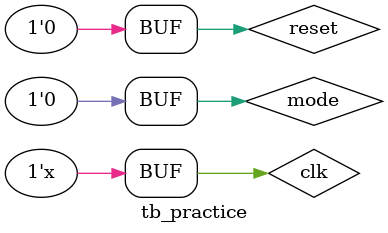
<source format=v>
`timescale 1ns / 1ps

module tb_practice();

    reg clk, reset, mode;


    top_counter dut(
    .clk(clk),
    .reset(reset),
    .mode(mode)
);

    always #5 clk = ~clk;

    initial begin
        clk = 0;
        reset =1;
        mode = 1;

        #10
        reset = 0;


        #4000000
        mode = 0;
    end
endmodule

</source>
